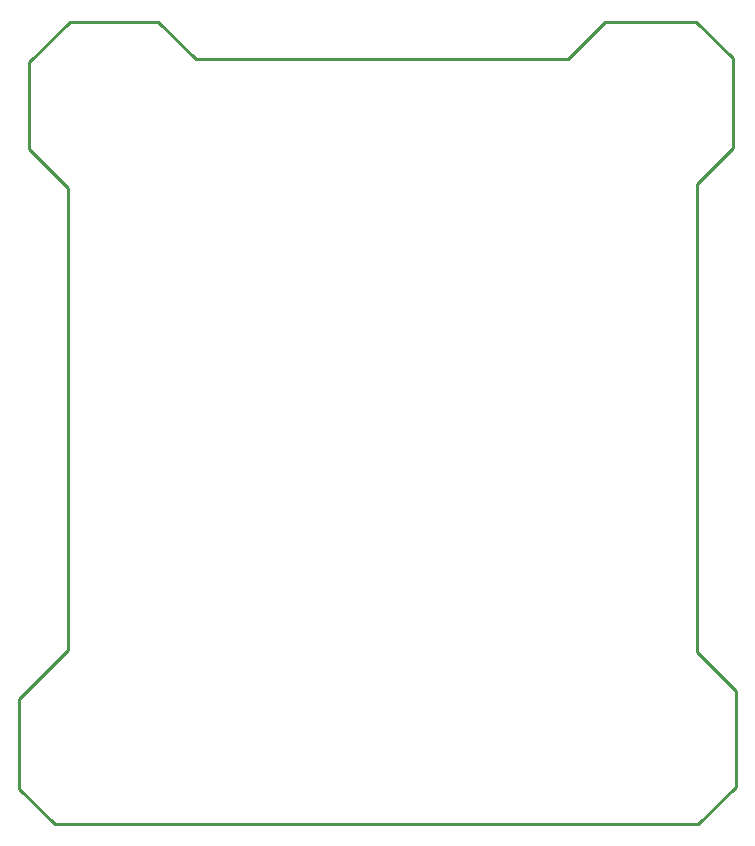
<source format=gko>
%FSAX24Y24*%
%MOIN*%
G70*
G01*
G75*
G04 Layer_Color=16711935*
%ADD10R,0.0591X0.0551*%
%ADD11R,0.0551X0.0591*%
%ADD12C,0.0100*%
%ADD13C,0.0472*%
%ADD14C,0.0400*%
%ADD15C,0.0591*%
%ADD16R,0.0591X0.0591*%
%ADD17C,0.1000*%
%ADD18R,0.0591X0.0591*%
%ADD19C,0.0532*%
%ADD20R,0.0532X0.0532*%
%ADD21C,0.0551*%
%ADD22C,0.0600*%
%ADD23C,0.0700*%
%ADD24C,0.0500*%
%ADD25C,0.0236*%
%ADD26C,0.0098*%
%ADD27C,0.0079*%
%ADD28R,0.0671X0.0631*%
%ADD29R,0.0631X0.0671*%
%ADD30C,0.0552*%
%ADD31C,0.0480*%
%ADD32C,0.0671*%
%ADD33R,0.0671X0.0671*%
%ADD34C,0.1080*%
%ADD35R,0.0671X0.0671*%
%ADD36C,0.0612*%
%ADD37R,0.0612X0.0612*%
%ADD38C,0.0631*%
%ADD39C,0.0680*%
%ADD40C,0.0780*%
%ADD41C,0.0580*%
D12*
X009000Y035700D02*
X010350Y037050D01*
X013300D01*
X014550Y035800D01*
X026950D01*
X028200Y037050D01*
X031241D01*
X032450Y035841D01*
Y032850D02*
Y035841D01*
X031250Y031650D02*
X032450Y032850D01*
X031250Y016050D02*
Y031650D01*
Y016050D02*
X032550Y014750D01*
Y011550D02*
Y014750D01*
X031300Y010300D02*
X032550Y011550D01*
X009850Y010300D02*
X031300D01*
X008675Y011475D02*
X009850Y010300D01*
X008675Y011475D02*
Y014478D01*
X010299Y016103D01*
Y031501D01*
X009000Y032800D02*
X010299Y031501D01*
X009000Y032800D02*
Y035700D01*
M02*

</source>
